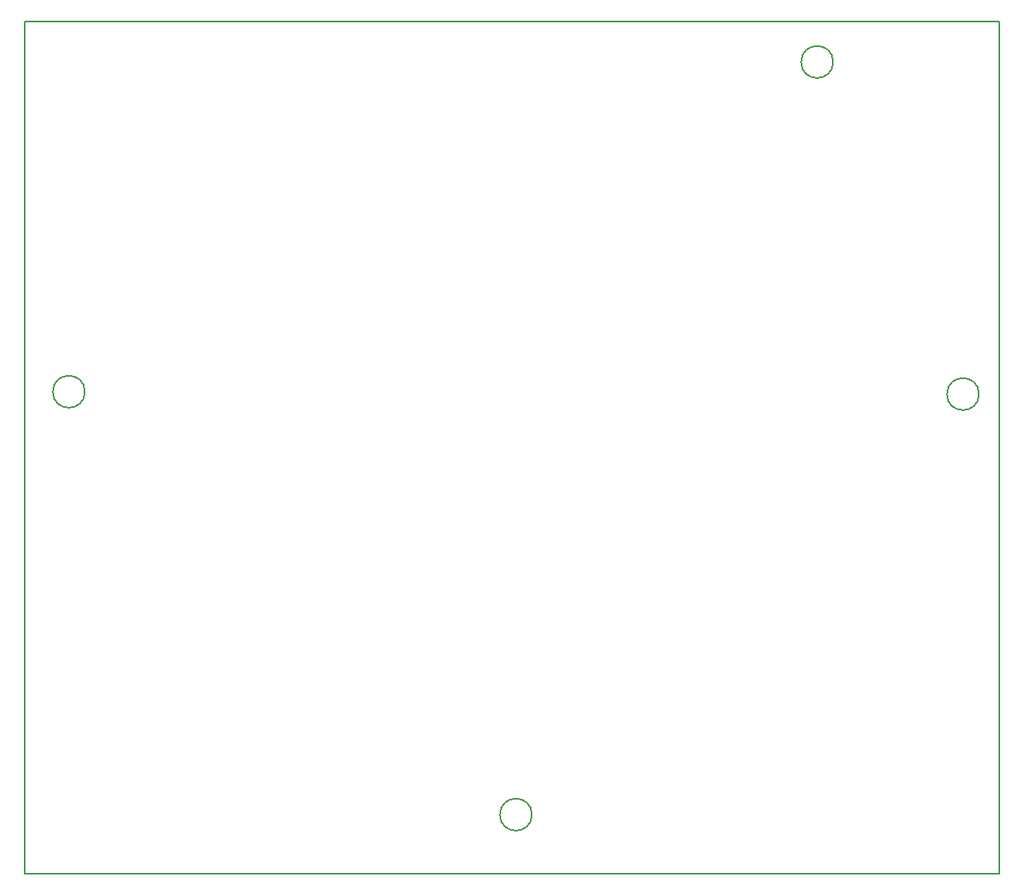
<source format=gbr>
G04 #@! TF.GenerationSoftware,KiCad,Pcbnew,5.1.5*
G04 #@! TF.CreationDate,2020-05-08T01:24:46-04:00*
G04 #@! TF.ProjectId,EVE-PCB-V3,4556452d-5043-4422-9d56-332e6b696361,rev?*
G04 #@! TF.SameCoordinates,Original*
G04 #@! TF.FileFunction,Profile,NP*
%FSLAX46Y46*%
G04 Gerber Fmt 4.6, Leading zero omitted, Abs format (unit mm)*
G04 Created by KiCad (PCBNEW 5.1.5) date 2020-05-08 01:24:46*
%MOMM*%
%LPD*%
G04 APERTURE LIST*
%ADD10C,0.150000*%
G04 APERTURE END LIST*
D10*
X191053346Y-124672269D02*
X191053346Y-34062269D01*
X87553346Y-34062269D02*
X87553346Y-124672269D01*
X93902000Y-73406000D02*
G75*
G03X93902000Y-73406000I-1700000J0D01*
G01*
X141400000Y-118364000D02*
G75*
G03X141400000Y-118364000I-1700000J0D01*
G01*
X188898000Y-73660000D02*
G75*
G03X188898000Y-73660000I-1700000J0D01*
G01*
X173404000Y-38354000D02*
G75*
G03X173404000Y-38354000I-1700000J0D01*
G01*
X87553346Y-124672269D02*
X191053346Y-124672269D01*
X191053346Y-34062269D02*
X87553346Y-34062269D01*
M02*

</source>
